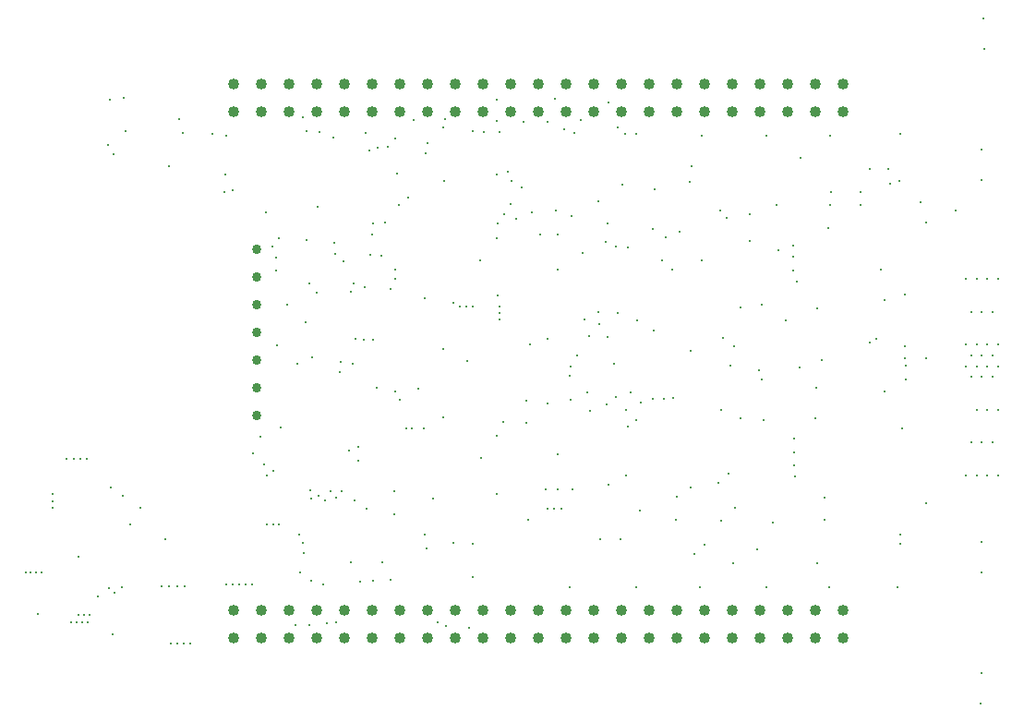
<source format=gbr>
G04 Layer_Color=0*
%FSLAX45Y45*%
%MOMM*%
%TF.FileFunction,Plated,1,6,PTH,Drill*%
%TF.Part,Single*%
G01*
G75*
%TA.AperFunction,ComponentDrill*%
%ADD181C,0.86000*%
%ADD182C,1.01600*%
%TA.AperFunction,ViaDrill,NotFilled*%
%ADD183C,0.20000*%
%ADD184C,0.30000*%
D181*
X9800000Y10608000D02*
D03*
Y11370000D02*
D03*
Y11116000D02*
D03*
Y10862000D02*
D03*
Y10354000D02*
D03*
Y10100000D02*
D03*
Y9846000D02*
D03*
D182*
X15176500Y8064500D02*
D03*
X14922501D02*
D03*
X14668500D02*
D03*
X14414500D02*
D03*
X14160500D02*
D03*
X13906500D02*
D03*
X13652499D02*
D03*
X13398500D02*
D03*
X13144501D02*
D03*
X12890500D02*
D03*
X12636500D02*
D03*
X12382500D02*
D03*
X12128500D02*
D03*
X11874500D02*
D03*
X11620500D02*
D03*
X11366500D02*
D03*
X11112500D02*
D03*
X10858500D02*
D03*
X10604500D02*
D03*
X10350500D02*
D03*
X10096500D02*
D03*
X9842500D02*
D03*
X9588500D02*
D03*
X15176500Y7810500D02*
D03*
X14922501D02*
D03*
X14668500D02*
D03*
X14414500D02*
D03*
X14160500D02*
D03*
X13906500D02*
D03*
X13652499D02*
D03*
X13398500D02*
D03*
X13144501D02*
D03*
X12890500D02*
D03*
X12636500D02*
D03*
X12382500D02*
D03*
X12128500D02*
D03*
X11874500D02*
D03*
X11620500D02*
D03*
X11366500D02*
D03*
X11112500D02*
D03*
X10858500D02*
D03*
X10604500D02*
D03*
X10350500D02*
D03*
X10096500D02*
D03*
X9842500D02*
D03*
X9588500D02*
D03*
Y12636500D02*
D03*
X9842500D02*
D03*
X10096500D02*
D03*
X10350500D02*
D03*
X10604500D02*
D03*
X10858500D02*
D03*
X11112500D02*
D03*
X11366500D02*
D03*
X11620500D02*
D03*
X11874500D02*
D03*
X12128500D02*
D03*
X12382500D02*
D03*
X12636500D02*
D03*
X12890500D02*
D03*
X13144501D02*
D03*
X13398500D02*
D03*
X13652499D02*
D03*
X13906500D02*
D03*
X14160500D02*
D03*
X14414500D02*
D03*
X14668500D02*
D03*
X14922501D02*
D03*
X15176500D02*
D03*
X9588500Y12890500D02*
D03*
X9842500D02*
D03*
X10096500D02*
D03*
X10350500D02*
D03*
X10604500D02*
D03*
X10858500D02*
D03*
X11112500D02*
D03*
X11366500D02*
D03*
X11620500D02*
D03*
X11874500D02*
D03*
X12128500D02*
D03*
X12382500D02*
D03*
X12636500D02*
D03*
X12890500D02*
D03*
X13144501D02*
D03*
X13398500D02*
D03*
X13652499D02*
D03*
X13906500D02*
D03*
X14160500D02*
D03*
X14414500D02*
D03*
X14668500D02*
D03*
X14922501D02*
D03*
X15176500D02*
D03*
D183*
X7680000Y8410000D02*
D03*
X7730000D02*
D03*
X7780000D02*
D03*
X7830000D02*
D03*
X8270000Y8020000D02*
D03*
X8220000D02*
D03*
X8170000Y8020000D02*
D03*
X8250000Y7950000D02*
D03*
X8100000D02*
D03*
X8150000D02*
D03*
X12470000Y12540000D02*
D03*
X12770000Y12560000D02*
D03*
X7790000Y8030000D02*
D03*
X8340000Y8190000D02*
D03*
X8200000Y7950000D02*
D03*
X8499983Y8219984D02*
D03*
X13877499Y11272500D02*
D03*
X14739970Y9289981D02*
D03*
X13770000Y11990000D02*
D03*
X10730000Y9560000D02*
D03*
X10430000Y9070000D02*
D03*
X10560000Y10250000D02*
D03*
X11090000Y12070000D02*
D03*
X11170000Y9730000D02*
D03*
X10832500Y12276183D02*
D03*
X10910000Y12300000D02*
D03*
X10290000Y9160000D02*
D03*
X9830000Y9650000D02*
D03*
X11220000Y9730000D02*
D03*
X9770000Y9500000D02*
D03*
X11419977Y9089982D02*
D03*
X10284999Y11055001D02*
D03*
X10260000Y11460000D02*
D03*
X10510000Y11430000D02*
D03*
X10520000Y11330000D02*
D03*
X9580000Y11910000D02*
D03*
X9890000Y9300000D02*
D03*
X9950000Y9340000D02*
D03*
X9940000Y11400000D02*
D03*
X9500000Y11900000D02*
D03*
X9869980Y9399981D02*
D03*
X10000000Y11470000D02*
D03*
X10579979Y9149982D02*
D03*
X10525000Y9095000D02*
D03*
X10480000Y9150000D02*
D03*
X10370000Y9110000D02*
D03*
X10300000Y9090000D02*
D03*
X10700000Y9070000D02*
D03*
X10809978Y8989982D02*
D03*
X12310000Y10500000D02*
D03*
X11600000Y10880000D02*
D03*
Y8680000D02*
D03*
X13077499Y10322500D02*
D03*
X10950000Y8500000D02*
D03*
X9885000Y11715000D02*
D03*
X10500000Y12400000D02*
D03*
X10870000Y10540000D02*
D03*
X10080000Y10860000D02*
D03*
X10249979Y10699979D02*
D03*
X10350000Y10970000D02*
D03*
X10600000Y11260000D02*
D03*
X10659979Y10979978D02*
D03*
X10790000Y11026360D02*
D03*
X10710000Y10550000D02*
D03*
X10780000Y10540000D02*
D03*
X10730000Y9430000D02*
D03*
X16300009Y9300005D02*
D03*
X16350009Y9600005D02*
D03*
Y10200006D02*
D03*
X16300009Y10300006D02*
D03*
X16350009Y10400006D02*
D03*
X16300009Y10500006D02*
D03*
X16350009Y10800006D02*
D03*
X16300009Y11100006D02*
D03*
X16400009Y9300005D02*
D03*
X16450009Y9600005D02*
D03*
X16400009Y9900005D02*
D03*
X16450009Y10200006D02*
D03*
X16400009Y10300006D02*
D03*
X16450009Y10400006D02*
D03*
X16400009Y10500006D02*
D03*
X16450009Y10800006D02*
D03*
X16400009Y11100006D02*
D03*
X16500009Y9300005D02*
D03*
X16550009Y9600005D02*
D03*
X16500009Y9900005D02*
D03*
X16550009Y10200006D02*
D03*
X16500009Y10300006D02*
D03*
X16550009Y10400006D02*
D03*
X16500009Y10500006D02*
D03*
X16550009Y10800006D02*
D03*
X16500009Y11100006D02*
D03*
X16600009Y9300005D02*
D03*
Y9900005D02*
D03*
Y10300006D02*
D03*
Y10500006D02*
D03*
Y11100006D02*
D03*
X11330000Y9726000D02*
D03*
X12270000Y9980000D02*
D03*
D184*
X12710000Y12440000D02*
D03*
X12620000Y12470000D02*
D03*
X10860000Y11511000D02*
D03*
X8446000Y8266000D02*
D03*
X12012500Y10950000D02*
D03*
X12030000Y10850000D02*
D03*
Y10790000D02*
D03*
X13014999Y10570000D02*
D03*
X14130000Y9315000D02*
D03*
X15889999Y11800000D02*
D03*
X16450000Y12010000D02*
D03*
Y12290000D02*
D03*
X15700000Y8670000D02*
D03*
X16439999Y7210000D02*
D03*
X16450000Y7490000D02*
D03*
X8490000Y12240000D02*
D03*
X8600000Y12460000D02*
D03*
X8450000Y12740000D02*
D03*
X8580000Y12760000D02*
D03*
X11070000Y11190000D02*
D03*
X11060000Y9150000D02*
D03*
X14320000Y11690000D02*
D03*
X9390000Y12430000D02*
D03*
X9120000Y12440000D02*
D03*
X11100000Y11780000D02*
D03*
X13650000Y9100000D02*
D03*
X13430000Y11560000D02*
D03*
X13189999Y9300000D02*
D03*
X13000000Y11440000D02*
D03*
X13200000Y9750000D02*
D03*
X10310000Y10380000D02*
D03*
X10940000Y11310000D02*
D03*
X12070000Y11690000D02*
D03*
X12000000Y12550000D02*
D03*
X10869978Y11609977D02*
D03*
X11780000Y8670000D02*
D03*
X13789999Y12130000D02*
D03*
X13780000Y9190000D02*
D03*
X14430000Y10860000D02*
D03*
X8170000Y8550000D02*
D03*
X14530000Y8870000D02*
D03*
X10440000Y7940000D02*
D03*
X10280000Y7930000D02*
D03*
X10160000D02*
D03*
X11750000Y7900000D02*
D03*
X8060000Y9450000D02*
D03*
X8120000D02*
D03*
X8180000D02*
D03*
X8240000D02*
D03*
X14780000Y10290000D02*
D03*
X11539977Y7919984D02*
D03*
X11460000Y7950000D02*
D03*
X10531924Y7948077D02*
D03*
X13110001Y12490000D02*
D03*
X13030000Y12720000D02*
D03*
X12537800Y12752200D02*
D03*
X10170000Y10320000D02*
D03*
X11190000Y11850000D02*
D03*
X10840000Y11320000D02*
D03*
X10360000Y11760000D02*
D03*
X10380000Y12450000D02*
D03*
X12100000Y12084246D02*
D03*
X10979978Y11619977D02*
D03*
X11070000Y12390000D02*
D03*
X11000000Y12310000D02*
D03*
X10800000Y12440000D02*
D03*
X11370000Y12350000D02*
D03*
X11340000Y10920000D02*
D03*
X11240000Y12560000D02*
D03*
X10220000Y12580000D02*
D03*
X11880000Y12450000D02*
D03*
X11780000Y12460000D02*
D03*
X11526658Y12562475D02*
D03*
X11509977Y12489975D02*
D03*
X12000000Y12740000D02*
D03*
X12030000Y12450000D02*
D03*
X12249975Y12539975D02*
D03*
X11999976Y11469977D02*
D03*
X12010000Y11610000D02*
D03*
X10260000Y12460000D02*
D03*
X10570000Y10340000D02*
D03*
X10220000Y8680000D02*
D03*
X11660000Y10850000D02*
D03*
X11070000Y11100000D02*
D03*
X11999976Y12059976D02*
D03*
X11029978Y11009978D02*
D03*
X12229976Y11939976D02*
D03*
X12930000Y11810000D02*
D03*
X11720000Y10850000D02*
D03*
X11780000D02*
D03*
X9640000Y8300000D02*
D03*
X11030000Y8340000D02*
D03*
X11057500Y8942500D02*
D03*
X12942500Y10682500D02*
D03*
X13620000Y10010000D02*
D03*
X13529973Y9999980D02*
D03*
X13429973D02*
D03*
X13319974Y9969980D02*
D03*
X13189999Y9900000D02*
D03*
X13089999Y10020000D02*
D03*
X12680000Y10300000D02*
D03*
X12740000Y10400000D02*
D03*
X12560000Y9170000D02*
D03*
X12450000D02*
D03*
X12470000Y8990000D02*
D03*
X12530000D02*
D03*
X12540000Y11730000D02*
D03*
X12560000Y9490000D02*
D03*
X11340000Y8760000D02*
D03*
X11360000Y8630000D02*
D03*
X9520000Y8300000D02*
D03*
X9580000D02*
D03*
X12950000Y8710000D02*
D03*
X12590000Y8990000D02*
D03*
X12290000Y8890000D02*
D03*
X12000000Y9130000D02*
D03*
X13680000Y11530000D02*
D03*
X14050000Y11730000D02*
D03*
X14580000Y11360000D02*
D03*
X13550000Y11480000D02*
D03*
X12030000Y10730000D02*
D03*
X14929970Y10099980D02*
D03*
X12690000Y11680000D02*
D03*
X12180000Y11650000D02*
D03*
X12320000Y11710000D02*
D03*
X14110001Y11660000D02*
D03*
X14239999Y9820000D02*
D03*
X14450000Y9810000D02*
D03*
X16450000Y8690000D02*
D03*
Y8410000D02*
D03*
X15339999Y11900000D02*
D03*
X16470000Y13210001D02*
D03*
X16460001Y13489999D02*
D03*
X15519969Y11189978D02*
D03*
X14980000Y10360000D02*
D03*
X11850000Y11270000D02*
D03*
X9000000Y12130000D02*
D03*
X11349977Y12249975D02*
D03*
X11860000Y9460000D02*
D03*
X11780000Y8370000D02*
D03*
X10870000Y8330000D02*
D03*
X10750000Y8320000D02*
D03*
X10200000Y8410000D02*
D03*
X9760000Y8300000D02*
D03*
X9700000D02*
D03*
X9010000Y7760000D02*
D03*
X9190000D02*
D03*
X9130000D02*
D03*
X9070000D02*
D03*
X8459000Y9189000D02*
D03*
X8570000Y9110000D02*
D03*
X8730000Y9000000D02*
D03*
X8640000Y8850000D02*
D03*
X8960000Y8710000D02*
D03*
X10900000Y10100000D02*
D03*
X10680000Y10320000D02*
D03*
X11110000Y9990000D02*
D03*
X11280000Y10090000D02*
D03*
X12000000Y9660000D02*
D03*
X14180000Y10480000D02*
D03*
X14080000Y10560000D02*
D03*
X14430000Y10175000D02*
D03*
X14060001Y8880000D02*
D03*
X10300000Y8330000D02*
D03*
X10410000Y8300000D02*
D03*
X11507500Y9835000D02*
D03*
X9090000Y12570000D02*
D03*
X13020000Y11610000D02*
D03*
X14939999Y8490000D02*
D03*
X15005000Y9095000D02*
D03*
X15039999Y11570000D02*
D03*
X14789999Y12210000D02*
D03*
X15064999Y11900000D02*
D03*
X15595000Y12105000D02*
D03*
X14750000Y11080000D02*
D03*
X12060000Y9790000D02*
D03*
X12269975Y9779980D02*
D03*
X13230000Y10060000D02*
D03*
X13440466Y10630466D02*
D03*
X13610001Y11190000D02*
D03*
X8480000Y7840000D02*
D03*
X8560000Y8270000D02*
D03*
X12670000D02*
D03*
X13280000D02*
D03*
X13860001D02*
D03*
X13809972Y8579983D02*
D03*
X13910001Y8660000D02*
D03*
X13139999Y8710000D02*
D03*
X14470000Y8270000D02*
D03*
X14389999Y8620000D02*
D03*
X14189999Y9000000D02*
D03*
X12860001Y9890000D02*
D03*
X12830000Y10060000D02*
D03*
X14725000Y9390000D02*
D03*
X14727499Y9510000D02*
D03*
X14139999Y10302500D02*
D03*
X14727499Y9632500D02*
D03*
X15050000Y8270000D02*
D03*
X15680000D02*
D03*
X15939999Y9040000D02*
D03*
X15557526Y10071806D02*
D03*
X15720000Y9730000D02*
D03*
X15752499Y10180000D02*
D03*
X15750000Y10307500D02*
D03*
X15939999Y10370000D02*
D03*
X12850000Y10580000D02*
D03*
X12932500Y10800000D02*
D03*
X12563431Y11185000D02*
D03*
X13200000Y11390000D02*
D03*
X13450000Y11920000D02*
D03*
X13152499Y11967500D02*
D03*
X14564999Y11775000D02*
D03*
X13880000Y12410000D02*
D03*
X14470000D02*
D03*
X15424722Y10515000D02*
D03*
X15480000Y10550000D02*
D03*
X15742500Y10370000D02*
D03*
X15747501Y10485000D02*
D03*
X14720000Y11180000D02*
D03*
X15560001Y10910000D02*
D03*
X14717500Y11305000D02*
D03*
Y11405000D02*
D03*
X15060001Y12410000D02*
D03*
X15689999Y12000000D02*
D03*
X15700000Y12430000D02*
D03*
X15739999Y10960000D02*
D03*
X16210001Y11730000D02*
D03*
X13030000Y9210000D02*
D03*
X12675000Y9995000D02*
D03*
X12403431Y11505000D02*
D03*
X13110001Y10790000D02*
D03*
X13286571Y10720000D02*
D03*
X14169971Y8489983D02*
D03*
X14410001Y10260000D02*
D03*
X15700000Y8760000D02*
D03*
X14920000Y9820000D02*
D03*
X14239999Y10840000D02*
D03*
X15610001Y11970000D02*
D03*
X13010001Y9950000D02*
D03*
X12563431Y11505000D02*
D03*
X14035690Y9227950D02*
D03*
X14062500Y9897500D02*
D03*
X15010001Y8890000D02*
D03*
X13089999Y11400000D02*
D03*
X14322501Y11450000D02*
D03*
X14937500Y10827500D02*
D03*
X15060001Y11780000D02*
D03*
X13310001Y8980000D02*
D03*
X13639999Y8890000D02*
D03*
X12805000Y10732500D02*
D03*
X12790000Y11340000D02*
D03*
X13520000Y11270000D02*
D03*
X9515000Y12055000D02*
D03*
X9520000Y12410000D02*
D03*
X11510000Y10460000D02*
D03*
X12470000Y9960000D02*
D03*
Y10550000D02*
D03*
X12670000Y10210000D02*
D03*
X10230000Y8590000D02*
D03*
X10190000Y8760000D02*
D03*
X10660000Y8500000D02*
D03*
X11520000Y12000000D02*
D03*
X11730000Y10350000D02*
D03*
X8930000Y8280000D02*
D03*
X9000000D02*
D03*
X9070000D02*
D03*
X9140000D02*
D03*
X10649979Y9529981D02*
D03*
X10690000Y11060000D02*
D03*
X11069999Y10070000D02*
D03*
X13280000Y12430000D02*
D03*
X13180000D02*
D03*
X13780000Y10440000D02*
D03*
X14655000Y10722500D02*
D03*
X12139976Y11999976D02*
D03*
X12129975Y11789976D02*
D03*
X15939999Y11620000D02*
D03*
X15339999Y11780000D02*
D03*
X15420000Y12110000D02*
D03*
X9980000Y11180000D02*
D03*
X9979980Y11299977D02*
D03*
X9989980Y10489979D02*
D03*
X10020000Y9740000D02*
D03*
X10007500Y8848500D02*
D03*
X9950000Y8850000D02*
D03*
X8439983Y12329975D02*
D03*
X7930000Y9130000D02*
D03*
Y9060000D02*
D03*
X9890000Y8850000D02*
D03*
X7930000Y9000000D02*
D03*
X13279973Y9809980D02*
D03*
X12700000Y9170000D02*
D03*
%TF.MD5,3e8f78f5986b56f50fa247892cab4f4f*%
M02*

</source>
